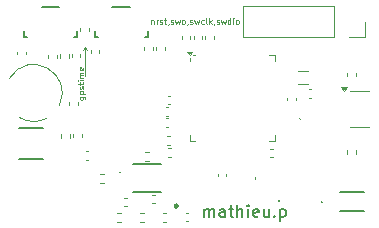
<source format=gbr>
%TF.GenerationSoftware,KiCad,Pcbnew,8.0.5*%
%TF.CreationDate,2024-12-17T02:27:59+01:00*%
%TF.ProjectId,hardware v5,68617264-7761-4726-9520-76352e6b6963,rev?*%
%TF.SameCoordinates,Original*%
%TF.FileFunction,Legend,Top*%
%TF.FilePolarity,Positive*%
%FSLAX46Y46*%
G04 Gerber Fmt 4.6, Leading zero omitted, Abs format (unit mm)*
G04 Created by KiCad (PCBNEW 8.0.5) date 2024-12-17 02:27:59*
%MOMM*%
%LPD*%
G01*
G04 APERTURE LIST*
%ADD10C,0.100000*%
%ADD11C,0.200000*%
%ADD12C,0.120000*%
%ADD13C,0.152400*%
%ADD14C,0.250000*%
G04 APERTURE END LIST*
D10*
X125750276Y-99320877D02*
X126155038Y-99320877D01*
X126155038Y-99320877D02*
X126202657Y-99344687D01*
X126202657Y-99344687D02*
X126226466Y-99368496D01*
X126226466Y-99368496D02*
X126250276Y-99416115D01*
X126250276Y-99416115D02*
X126250276Y-99487544D01*
X126250276Y-99487544D02*
X126226466Y-99535163D01*
X126059800Y-99320877D02*
X126083609Y-99368496D01*
X126083609Y-99368496D02*
X126083609Y-99463734D01*
X126083609Y-99463734D02*
X126059800Y-99511353D01*
X126059800Y-99511353D02*
X126035990Y-99535163D01*
X126035990Y-99535163D02*
X125988371Y-99558972D01*
X125988371Y-99558972D02*
X125845514Y-99558972D01*
X125845514Y-99558972D02*
X125797895Y-99535163D01*
X125797895Y-99535163D02*
X125774085Y-99511353D01*
X125774085Y-99511353D02*
X125750276Y-99463734D01*
X125750276Y-99463734D02*
X125750276Y-99368496D01*
X125750276Y-99368496D02*
X125774085Y-99320877D01*
X125750276Y-99082782D02*
X126250276Y-99082782D01*
X125774085Y-99082782D02*
X125750276Y-99035163D01*
X125750276Y-99035163D02*
X125750276Y-98939925D01*
X125750276Y-98939925D02*
X125774085Y-98892306D01*
X125774085Y-98892306D02*
X125797895Y-98868496D01*
X125797895Y-98868496D02*
X125845514Y-98844687D01*
X125845514Y-98844687D02*
X125988371Y-98844687D01*
X125988371Y-98844687D02*
X126035990Y-98868496D01*
X126035990Y-98868496D02*
X126059800Y-98892306D01*
X126059800Y-98892306D02*
X126083609Y-98939925D01*
X126083609Y-98939925D02*
X126083609Y-99035163D01*
X126083609Y-99035163D02*
X126059800Y-99082782D01*
X126059800Y-98654210D02*
X126083609Y-98606591D01*
X126083609Y-98606591D02*
X126083609Y-98511353D01*
X126083609Y-98511353D02*
X126059800Y-98463734D01*
X126059800Y-98463734D02*
X126012180Y-98439925D01*
X126012180Y-98439925D02*
X125988371Y-98439925D01*
X125988371Y-98439925D02*
X125940752Y-98463734D01*
X125940752Y-98463734D02*
X125916942Y-98511353D01*
X125916942Y-98511353D02*
X125916942Y-98582782D01*
X125916942Y-98582782D02*
X125893133Y-98630401D01*
X125893133Y-98630401D02*
X125845514Y-98654210D01*
X125845514Y-98654210D02*
X125821704Y-98654210D01*
X125821704Y-98654210D02*
X125774085Y-98630401D01*
X125774085Y-98630401D02*
X125750276Y-98582782D01*
X125750276Y-98582782D02*
X125750276Y-98511353D01*
X125750276Y-98511353D02*
X125774085Y-98463734D01*
X125750276Y-98297067D02*
X125750276Y-98106591D01*
X125583609Y-98225639D02*
X126012180Y-98225639D01*
X126012180Y-98225639D02*
X126059800Y-98201829D01*
X126059800Y-98201829D02*
X126083609Y-98154210D01*
X126083609Y-98154210D02*
X126083609Y-98106591D01*
X126083609Y-97939925D02*
X125750276Y-97939925D01*
X125583609Y-97939925D02*
X125607419Y-97963734D01*
X125607419Y-97963734D02*
X125631228Y-97939925D01*
X125631228Y-97939925D02*
X125607419Y-97916115D01*
X125607419Y-97916115D02*
X125583609Y-97939925D01*
X125583609Y-97939925D02*
X125631228Y-97939925D01*
X126083609Y-97701830D02*
X125750276Y-97701830D01*
X125797895Y-97701830D02*
X125774085Y-97678020D01*
X125774085Y-97678020D02*
X125750276Y-97630401D01*
X125750276Y-97630401D02*
X125750276Y-97558973D01*
X125750276Y-97558973D02*
X125774085Y-97511354D01*
X125774085Y-97511354D02*
X125821704Y-97487544D01*
X125821704Y-97487544D02*
X126083609Y-97487544D01*
X125821704Y-97487544D02*
X125774085Y-97463735D01*
X125774085Y-97463735D02*
X125750276Y-97416116D01*
X125750276Y-97416116D02*
X125750276Y-97344687D01*
X125750276Y-97344687D02*
X125774085Y-97297068D01*
X125774085Y-97297068D02*
X125821704Y-97273258D01*
X125821704Y-97273258D02*
X126083609Y-97273258D01*
X126059800Y-96844687D02*
X126083609Y-96892306D01*
X126083609Y-96892306D02*
X126083609Y-96987544D01*
X126083609Y-96987544D02*
X126059800Y-97035163D01*
X126059800Y-97035163D02*
X126012180Y-97058972D01*
X126012180Y-97058972D02*
X125821704Y-97058972D01*
X125821704Y-97058972D02*
X125774085Y-97035163D01*
X125774085Y-97035163D02*
X125750276Y-96987544D01*
X125750276Y-96987544D02*
X125750276Y-96892306D01*
X125750276Y-96892306D02*
X125774085Y-96844687D01*
X125774085Y-96844687D02*
X125821704Y-96820877D01*
X125821704Y-96820877D02*
X125869323Y-96820877D01*
X125869323Y-96820877D02*
X125916942Y-97058972D01*
X126380000Y-95330000D02*
X126190000Y-95140000D01*
X126030000Y-95320000D02*
X126210000Y-95140000D01*
X126200000Y-97560000D02*
X126200000Y-95140000D01*
X126200000Y-95140000D02*
X126200000Y-97560000D01*
D11*
X136299673Y-109487219D02*
X136299673Y-108820552D01*
X136299673Y-108915790D02*
X136347292Y-108868171D01*
X136347292Y-108868171D02*
X136442530Y-108820552D01*
X136442530Y-108820552D02*
X136585387Y-108820552D01*
X136585387Y-108820552D02*
X136680625Y-108868171D01*
X136680625Y-108868171D02*
X136728244Y-108963409D01*
X136728244Y-108963409D02*
X136728244Y-109487219D01*
X136728244Y-108963409D02*
X136775863Y-108868171D01*
X136775863Y-108868171D02*
X136871101Y-108820552D01*
X136871101Y-108820552D02*
X137013958Y-108820552D01*
X137013958Y-108820552D02*
X137109197Y-108868171D01*
X137109197Y-108868171D02*
X137156816Y-108963409D01*
X137156816Y-108963409D02*
X137156816Y-109487219D01*
X138061577Y-109487219D02*
X138061577Y-108963409D01*
X138061577Y-108963409D02*
X138013958Y-108868171D01*
X138013958Y-108868171D02*
X137918720Y-108820552D01*
X137918720Y-108820552D02*
X137728244Y-108820552D01*
X137728244Y-108820552D02*
X137633006Y-108868171D01*
X138061577Y-109439600D02*
X137966339Y-109487219D01*
X137966339Y-109487219D02*
X137728244Y-109487219D01*
X137728244Y-109487219D02*
X137633006Y-109439600D01*
X137633006Y-109439600D02*
X137585387Y-109344361D01*
X137585387Y-109344361D02*
X137585387Y-109249123D01*
X137585387Y-109249123D02*
X137633006Y-109153885D01*
X137633006Y-109153885D02*
X137728244Y-109106266D01*
X137728244Y-109106266D02*
X137966339Y-109106266D01*
X137966339Y-109106266D02*
X138061577Y-109058647D01*
X138394911Y-108820552D02*
X138775863Y-108820552D01*
X138537768Y-108487219D02*
X138537768Y-109344361D01*
X138537768Y-109344361D02*
X138585387Y-109439600D01*
X138585387Y-109439600D02*
X138680625Y-109487219D01*
X138680625Y-109487219D02*
X138775863Y-109487219D01*
X139109197Y-109487219D02*
X139109197Y-108487219D01*
X139537768Y-109487219D02*
X139537768Y-108963409D01*
X139537768Y-108963409D02*
X139490149Y-108868171D01*
X139490149Y-108868171D02*
X139394911Y-108820552D01*
X139394911Y-108820552D02*
X139252054Y-108820552D01*
X139252054Y-108820552D02*
X139156816Y-108868171D01*
X139156816Y-108868171D02*
X139109197Y-108915790D01*
X140013959Y-109487219D02*
X140013959Y-108820552D01*
X140013959Y-108487219D02*
X139966340Y-108534838D01*
X139966340Y-108534838D02*
X140013959Y-108582457D01*
X140013959Y-108582457D02*
X140061578Y-108534838D01*
X140061578Y-108534838D02*
X140013959Y-108487219D01*
X140013959Y-108487219D02*
X140013959Y-108582457D01*
X140871101Y-109439600D02*
X140775863Y-109487219D01*
X140775863Y-109487219D02*
X140585387Y-109487219D01*
X140585387Y-109487219D02*
X140490149Y-109439600D01*
X140490149Y-109439600D02*
X140442530Y-109344361D01*
X140442530Y-109344361D02*
X140442530Y-108963409D01*
X140442530Y-108963409D02*
X140490149Y-108868171D01*
X140490149Y-108868171D02*
X140585387Y-108820552D01*
X140585387Y-108820552D02*
X140775863Y-108820552D01*
X140775863Y-108820552D02*
X140871101Y-108868171D01*
X140871101Y-108868171D02*
X140918720Y-108963409D01*
X140918720Y-108963409D02*
X140918720Y-109058647D01*
X140918720Y-109058647D02*
X140442530Y-109153885D01*
X141775863Y-108820552D02*
X141775863Y-109487219D01*
X141347292Y-108820552D02*
X141347292Y-109344361D01*
X141347292Y-109344361D02*
X141394911Y-109439600D01*
X141394911Y-109439600D02*
X141490149Y-109487219D01*
X141490149Y-109487219D02*
X141633006Y-109487219D01*
X141633006Y-109487219D02*
X141728244Y-109439600D01*
X141728244Y-109439600D02*
X141775863Y-109391980D01*
X142252054Y-109391980D02*
X142299673Y-109439600D01*
X142299673Y-109439600D02*
X142252054Y-109487219D01*
X142252054Y-109487219D02*
X142204435Y-109439600D01*
X142204435Y-109439600D02*
X142252054Y-109391980D01*
X142252054Y-109391980D02*
X142252054Y-109487219D01*
X142728244Y-108820552D02*
X142728244Y-109820552D01*
X142728244Y-108868171D02*
X142823482Y-108820552D01*
X142823482Y-108820552D02*
X143013958Y-108820552D01*
X143013958Y-108820552D02*
X143109196Y-108868171D01*
X143109196Y-108868171D02*
X143156815Y-108915790D01*
X143156815Y-108915790D02*
X143204434Y-109011028D01*
X143204434Y-109011028D02*
X143204434Y-109296742D01*
X143204434Y-109296742D02*
X143156815Y-109391980D01*
X143156815Y-109391980D02*
X143109196Y-109439600D01*
X143109196Y-109439600D02*
X143013958Y-109487219D01*
X143013958Y-109487219D02*
X142823482Y-109487219D01*
X142823482Y-109487219D02*
X142728244Y-109439600D01*
D10*
X131814836Y-92820276D02*
X131814836Y-93153609D01*
X131814836Y-92867895D02*
X131838646Y-92844085D01*
X131838646Y-92844085D02*
X131886265Y-92820276D01*
X131886265Y-92820276D02*
X131957693Y-92820276D01*
X131957693Y-92820276D02*
X132005312Y-92844085D01*
X132005312Y-92844085D02*
X132029122Y-92891704D01*
X132029122Y-92891704D02*
X132029122Y-93153609D01*
X132267217Y-93153609D02*
X132267217Y-92820276D01*
X132267217Y-92915514D02*
X132291027Y-92867895D01*
X132291027Y-92867895D02*
X132314836Y-92844085D01*
X132314836Y-92844085D02*
X132362455Y-92820276D01*
X132362455Y-92820276D02*
X132410074Y-92820276D01*
X132552932Y-93129800D02*
X132600551Y-93153609D01*
X132600551Y-93153609D02*
X132695789Y-93153609D01*
X132695789Y-93153609D02*
X132743408Y-93129800D01*
X132743408Y-93129800D02*
X132767217Y-93082180D01*
X132767217Y-93082180D02*
X132767217Y-93058371D01*
X132767217Y-93058371D02*
X132743408Y-93010752D01*
X132743408Y-93010752D02*
X132695789Y-92986942D01*
X132695789Y-92986942D02*
X132624360Y-92986942D01*
X132624360Y-92986942D02*
X132576741Y-92963133D01*
X132576741Y-92963133D02*
X132552932Y-92915514D01*
X132552932Y-92915514D02*
X132552932Y-92891704D01*
X132552932Y-92891704D02*
X132576741Y-92844085D01*
X132576741Y-92844085D02*
X132624360Y-92820276D01*
X132624360Y-92820276D02*
X132695789Y-92820276D01*
X132695789Y-92820276D02*
X132743408Y-92844085D01*
X132910075Y-92820276D02*
X133100551Y-92820276D01*
X132981503Y-92653609D02*
X132981503Y-93082180D01*
X132981503Y-93082180D02*
X133005313Y-93129800D01*
X133005313Y-93129800D02*
X133052932Y-93153609D01*
X133052932Y-93153609D02*
X133100551Y-93153609D01*
X133291027Y-93129800D02*
X133291027Y-93153609D01*
X133291027Y-93153609D02*
X133267217Y-93201228D01*
X133267217Y-93201228D02*
X133243408Y-93225038D01*
X133481503Y-93129800D02*
X133529122Y-93153609D01*
X133529122Y-93153609D02*
X133624360Y-93153609D01*
X133624360Y-93153609D02*
X133671979Y-93129800D01*
X133671979Y-93129800D02*
X133695788Y-93082180D01*
X133695788Y-93082180D02*
X133695788Y-93058371D01*
X133695788Y-93058371D02*
X133671979Y-93010752D01*
X133671979Y-93010752D02*
X133624360Y-92986942D01*
X133624360Y-92986942D02*
X133552931Y-92986942D01*
X133552931Y-92986942D02*
X133505312Y-92963133D01*
X133505312Y-92963133D02*
X133481503Y-92915514D01*
X133481503Y-92915514D02*
X133481503Y-92891704D01*
X133481503Y-92891704D02*
X133505312Y-92844085D01*
X133505312Y-92844085D02*
X133552931Y-92820276D01*
X133552931Y-92820276D02*
X133624360Y-92820276D01*
X133624360Y-92820276D02*
X133671979Y-92844085D01*
X133862455Y-92820276D02*
X133957693Y-93153609D01*
X133957693Y-93153609D02*
X134052931Y-92915514D01*
X134052931Y-92915514D02*
X134148169Y-93153609D01*
X134148169Y-93153609D02*
X134243407Y-92820276D01*
X134505313Y-93153609D02*
X134457694Y-93129800D01*
X134457694Y-93129800D02*
X134433884Y-93105990D01*
X134433884Y-93105990D02*
X134410075Y-93058371D01*
X134410075Y-93058371D02*
X134410075Y-92915514D01*
X134410075Y-92915514D02*
X134433884Y-92867895D01*
X134433884Y-92867895D02*
X134457694Y-92844085D01*
X134457694Y-92844085D02*
X134505313Y-92820276D01*
X134505313Y-92820276D02*
X134576741Y-92820276D01*
X134576741Y-92820276D02*
X134624360Y-92844085D01*
X134624360Y-92844085D02*
X134648170Y-92867895D01*
X134648170Y-92867895D02*
X134671979Y-92915514D01*
X134671979Y-92915514D02*
X134671979Y-93058371D01*
X134671979Y-93058371D02*
X134648170Y-93105990D01*
X134648170Y-93105990D02*
X134624360Y-93129800D01*
X134624360Y-93129800D02*
X134576741Y-93153609D01*
X134576741Y-93153609D02*
X134505313Y-93153609D01*
X134910075Y-93129800D02*
X134910075Y-93153609D01*
X134910075Y-93153609D02*
X134886265Y-93201228D01*
X134886265Y-93201228D02*
X134862456Y-93225038D01*
X135100551Y-93129800D02*
X135148170Y-93153609D01*
X135148170Y-93153609D02*
X135243408Y-93153609D01*
X135243408Y-93153609D02*
X135291027Y-93129800D01*
X135291027Y-93129800D02*
X135314836Y-93082180D01*
X135314836Y-93082180D02*
X135314836Y-93058371D01*
X135314836Y-93058371D02*
X135291027Y-93010752D01*
X135291027Y-93010752D02*
X135243408Y-92986942D01*
X135243408Y-92986942D02*
X135171979Y-92986942D01*
X135171979Y-92986942D02*
X135124360Y-92963133D01*
X135124360Y-92963133D02*
X135100551Y-92915514D01*
X135100551Y-92915514D02*
X135100551Y-92891704D01*
X135100551Y-92891704D02*
X135124360Y-92844085D01*
X135124360Y-92844085D02*
X135171979Y-92820276D01*
X135171979Y-92820276D02*
X135243408Y-92820276D01*
X135243408Y-92820276D02*
X135291027Y-92844085D01*
X135481503Y-92820276D02*
X135576741Y-93153609D01*
X135576741Y-93153609D02*
X135671979Y-92915514D01*
X135671979Y-92915514D02*
X135767217Y-93153609D01*
X135767217Y-93153609D02*
X135862455Y-92820276D01*
X136267218Y-93129800D02*
X136219599Y-93153609D01*
X136219599Y-93153609D02*
X136124361Y-93153609D01*
X136124361Y-93153609D02*
X136076742Y-93129800D01*
X136076742Y-93129800D02*
X136052932Y-93105990D01*
X136052932Y-93105990D02*
X136029123Y-93058371D01*
X136029123Y-93058371D02*
X136029123Y-92915514D01*
X136029123Y-92915514D02*
X136052932Y-92867895D01*
X136052932Y-92867895D02*
X136076742Y-92844085D01*
X136076742Y-92844085D02*
X136124361Y-92820276D01*
X136124361Y-92820276D02*
X136219599Y-92820276D01*
X136219599Y-92820276D02*
X136267218Y-92844085D01*
X136552932Y-93153609D02*
X136505313Y-93129800D01*
X136505313Y-93129800D02*
X136481503Y-93082180D01*
X136481503Y-93082180D02*
X136481503Y-92653609D01*
X136743408Y-93153609D02*
X136743408Y-92653609D01*
X136791027Y-92963133D02*
X136933884Y-93153609D01*
X136933884Y-92820276D02*
X136743408Y-93010752D01*
X137171980Y-93129800D02*
X137171980Y-93153609D01*
X137171980Y-93153609D02*
X137148170Y-93201228D01*
X137148170Y-93201228D02*
X137124361Y-93225038D01*
X137362456Y-93129800D02*
X137410075Y-93153609D01*
X137410075Y-93153609D02*
X137505313Y-93153609D01*
X137505313Y-93153609D02*
X137552932Y-93129800D01*
X137552932Y-93129800D02*
X137576741Y-93082180D01*
X137576741Y-93082180D02*
X137576741Y-93058371D01*
X137576741Y-93058371D02*
X137552932Y-93010752D01*
X137552932Y-93010752D02*
X137505313Y-92986942D01*
X137505313Y-92986942D02*
X137433884Y-92986942D01*
X137433884Y-92986942D02*
X137386265Y-92963133D01*
X137386265Y-92963133D02*
X137362456Y-92915514D01*
X137362456Y-92915514D02*
X137362456Y-92891704D01*
X137362456Y-92891704D02*
X137386265Y-92844085D01*
X137386265Y-92844085D02*
X137433884Y-92820276D01*
X137433884Y-92820276D02*
X137505313Y-92820276D01*
X137505313Y-92820276D02*
X137552932Y-92844085D01*
X137743408Y-92820276D02*
X137838646Y-93153609D01*
X137838646Y-93153609D02*
X137933884Y-92915514D01*
X137933884Y-92915514D02*
X138029122Y-93153609D01*
X138029122Y-93153609D02*
X138124360Y-92820276D01*
X138529123Y-93153609D02*
X138529123Y-92653609D01*
X138529123Y-93129800D02*
X138481504Y-93153609D01*
X138481504Y-93153609D02*
X138386266Y-93153609D01*
X138386266Y-93153609D02*
X138338647Y-93129800D01*
X138338647Y-93129800D02*
X138314837Y-93105990D01*
X138314837Y-93105990D02*
X138291028Y-93058371D01*
X138291028Y-93058371D02*
X138291028Y-92915514D01*
X138291028Y-92915514D02*
X138314837Y-92867895D01*
X138314837Y-92867895D02*
X138338647Y-92844085D01*
X138338647Y-92844085D02*
X138386266Y-92820276D01*
X138386266Y-92820276D02*
X138481504Y-92820276D01*
X138481504Y-92820276D02*
X138529123Y-92844085D01*
X138767218Y-93153609D02*
X138767218Y-92820276D01*
X138767218Y-92653609D02*
X138743409Y-92677419D01*
X138743409Y-92677419D02*
X138767218Y-92701228D01*
X138767218Y-92701228D02*
X138791028Y-92677419D01*
X138791028Y-92677419D02*
X138767218Y-92653609D01*
X138767218Y-92653609D02*
X138767218Y-92701228D01*
X139076742Y-93153609D02*
X139029123Y-93129800D01*
X139029123Y-93129800D02*
X139005313Y-93105990D01*
X139005313Y-93105990D02*
X138981504Y-93058371D01*
X138981504Y-93058371D02*
X138981504Y-92915514D01*
X138981504Y-92915514D02*
X139005313Y-92867895D01*
X139005313Y-92867895D02*
X139029123Y-92844085D01*
X139029123Y-92844085D02*
X139076742Y-92820276D01*
X139076742Y-92820276D02*
X139148170Y-92820276D01*
X139148170Y-92820276D02*
X139195789Y-92844085D01*
X139195789Y-92844085D02*
X139219599Y-92867895D01*
X139219599Y-92867895D02*
X139243408Y-92915514D01*
X139243408Y-92915514D02*
X139243408Y-93058371D01*
X139243408Y-93058371D02*
X139219599Y-93105990D01*
X139219599Y-93105990D02*
X139195789Y-93129800D01*
X139195789Y-93129800D02*
X139148170Y-93153609D01*
X139148170Y-93153609D02*
X139076742Y-93153609D01*
D12*
%TO.C,R22*%
X125810000Y-93763641D02*
X125810000Y-93456359D01*
X126570000Y-93763641D02*
X126570000Y-93456359D01*
%TO.C,C18*%
X125230000Y-102502164D02*
X125230000Y-102717836D01*
X125950000Y-102502164D02*
X125950000Y-102717836D01*
%TO.C,R4*%
X132786359Y-109140000D02*
X133093641Y-109140000D01*
X132786359Y-109900000D02*
X133093641Y-109900000D01*
%TO.C,C11*%
X126487836Y-103940000D02*
X126272164Y-103940000D01*
X126487836Y-104660000D02*
X126272164Y-104660000D01*
%TO.C,C21*%
X135400000Y-94212164D02*
X135400000Y-94427836D01*
X136120000Y-94212164D02*
X136120000Y-94427836D01*
D10*
%TO.C,ANT1*%
X146210000Y-108220000D02*
X146210000Y-108220000D01*
X146210000Y-108220000D02*
X146210000Y-108220000D01*
X146310000Y-108220000D02*
X146310000Y-108220000D01*
D11*
X147810000Y-107420000D02*
X149810000Y-107420000D01*
X147810000Y-109020000D02*
X149810000Y-109020000D01*
D10*
X146210000Y-108220000D02*
G75*
G02*
X146310000Y-108220000I50000J0D01*
G01*
X146310000Y-108220000D02*
G75*
G02*
X146210000Y-108220000I-50000J0D01*
G01*
X146310000Y-108220000D02*
G75*
G02*
X146210000Y-108220000I-50000J0D01*
G01*
%TO.C,FL1*%
X142577000Y-108130000D02*
X142577000Y-108130000D01*
X142677000Y-108130000D02*
X142677000Y-108130000D01*
X142577000Y-108130000D02*
G75*
G02*
X142677000Y-108130000I50000J0D01*
G01*
X142677000Y-108130000D02*
G75*
G02*
X142577000Y-108130000I-50000J0D01*
G01*
%TO.C,Y1*%
X144370478Y-101119623D02*
X144370478Y-101119623D01*
X144441188Y-101190334D02*
X144441188Y-101190334D01*
X144370478Y-101119623D02*
G75*
G02*
X144441189Y-101190335I35355J-35356D01*
G01*
X144441188Y-101190334D02*
G75*
G02*
X144370478Y-101119624I-35355J35355D01*
G01*
D12*
%TO.C,R17*%
X129803641Y-107850000D02*
X129496359Y-107850000D01*
X129803641Y-108610000D02*
X129496359Y-108610000D01*
%TO.C,L2*%
X145380200Y-98680000D02*
X145179800Y-98680000D01*
X145380200Y-99400000D02*
X145179800Y-99400000D01*
%TO.C,J3*%
X139620000Y-91635000D02*
X139620000Y-94295000D01*
X147300000Y-91635000D02*
X139620000Y-91635000D01*
X147300000Y-91635000D02*
X147300000Y-94295000D01*
X147300000Y-94295000D02*
X139620000Y-94295000D01*
X149900000Y-92965000D02*
X149900000Y-94295000D01*
X149900000Y-94295000D02*
X148570000Y-94295000D01*
D13*
%TO.C,U2*%
X130273001Y-107386999D02*
X132627001Y-107386999D01*
X132627001Y-105032999D02*
X130273001Y-105032999D01*
D12*
%TO.C,C3*%
X131912164Y-107620000D02*
X132127836Y-107620000D01*
X131912164Y-108340000D02*
X132127836Y-108340000D01*
%TO.C,U1*%
X135072500Y-96295000D02*
X135072500Y-96060000D01*
X135072500Y-103040000D02*
X135072500Y-102565000D01*
X135547500Y-95820000D02*
X135372500Y-95820000D01*
X135547500Y-103040000D02*
X135072500Y-103040000D01*
X141817500Y-95820000D02*
X142292500Y-95820000D01*
X141817500Y-103040000D02*
X142292500Y-103040000D01*
X142292500Y-95820000D02*
X142292500Y-96295000D01*
X142292500Y-103040000D02*
X142292500Y-102565000D01*
X135072500Y-95820000D02*
X134832500Y-95490000D01*
X135312500Y-95490000D01*
X135072500Y-95820000D01*
G36*
X135072500Y-95820000D02*
G01*
X134832500Y-95490000D01*
X135312500Y-95490000D01*
X135072500Y-95820000D01*
G37*
D10*
%TO.C,IC1*%
X140630000Y-106147000D02*
X140630000Y-106147000D01*
X140630000Y-106247000D02*
X140630000Y-106247000D01*
X140630000Y-106147000D02*
G75*
G02*
X140630000Y-106247000I0J-50000D01*
G01*
X140630000Y-106247000D02*
G75*
G02*
X140630000Y-106147000I0J50000D01*
G01*
D12*
%TO.C,U4*%
X149457500Y-98800000D02*
X148657500Y-98800000D01*
X149457500Y-98800000D02*
X150257500Y-98800000D01*
X149457500Y-101920000D02*
X148657500Y-101920000D01*
X149457500Y-101920000D02*
X150257500Y-101920000D01*
X148157500Y-98850000D02*
X147917500Y-98520000D01*
X148397500Y-98520000D01*
X148157500Y-98850000D01*
G36*
X148157500Y-98850000D02*
G01*
X147917500Y-98520000D01*
X148397500Y-98520000D01*
X148157500Y-98850000D01*
G37*
%TO.C,R16*%
X124210000Y-102783641D02*
X124210000Y-102476359D01*
X124970000Y-102783641D02*
X124970000Y-102476359D01*
%TO.C,R8*%
X126680000Y-95633641D02*
X126680000Y-95326359D01*
X127440000Y-95633641D02*
X127440000Y-95326359D01*
D10*
%TO.C,BT1*%
X119830001Y-97740000D02*
G75*
G02*
X124025302Y-100072624I2039999J-1270000D01*
G01*
X122923662Y-101167497D02*
G75*
G02*
X120620000Y-101059999I-1053662J2157497D01*
G01*
D14*
%TO.C,IC3*%
X134065000Y-108575000D02*
G75*
G02*
X133815000Y-108575000I-125000J0D01*
G01*
X133815000Y-108575000D02*
G75*
G02*
X134065000Y-108575000I125000J0D01*
G01*
D12*
%TO.C,C26*%
X134410000Y-94212164D02*
X134410000Y-94427836D01*
X135130000Y-94212164D02*
X135130000Y-94427836D01*
%TO.C,R12*%
X133533641Y-103670000D02*
X133226359Y-103670000D01*
X133533641Y-104430000D02*
X133226359Y-104430000D01*
D11*
%TO.C,S1*%
X121030000Y-93765000D02*
X121030000Y-93765000D01*
X121030000Y-93765000D02*
X121030000Y-94265000D01*
X121030000Y-94265000D02*
X121030000Y-93765000D01*
X121030000Y-94265000D02*
X121030000Y-94265000D01*
X121030000Y-94290000D02*
X121030000Y-94290000D01*
X121030000Y-94290000D02*
X121280000Y-94290000D01*
X121280000Y-94290000D02*
X121030000Y-94290000D01*
X121280000Y-94290000D02*
X121280000Y-94290000D01*
X122530000Y-91740000D02*
X122530000Y-91740000D01*
X122530000Y-91740000D02*
X124030000Y-91740000D01*
X124030000Y-91740000D02*
X122530000Y-91740000D01*
X124030000Y-91740000D02*
X124030000Y-91740000D01*
X125280000Y-94290000D02*
X125280000Y-94290000D01*
X125280000Y-94290000D02*
X125530000Y-94290000D01*
X125530000Y-93765000D02*
X125530000Y-93765000D01*
X125530000Y-93765000D02*
X125530000Y-94290000D01*
X125530000Y-94290000D02*
X125280000Y-94290000D01*
X125530000Y-94290000D02*
X125530000Y-93765000D01*
X125530000Y-94290000D02*
X125530000Y-94290000D01*
X125530000Y-94290000D02*
X125530000Y-94290000D01*
D12*
%TO.C,R9*%
X131230000Y-95066359D02*
X131230000Y-95373641D01*
X131990000Y-95066359D02*
X131990000Y-95373641D01*
%TO.C,C23*%
X142127836Y-103730000D02*
X141912164Y-103730000D01*
X142127836Y-104450000D02*
X141912164Y-104450000D01*
%TO.C,L1*%
X144280378Y-97140000D02*
X145079622Y-97140000D01*
X144280378Y-98260000D02*
X145079622Y-98260000D01*
%TO.C,R6*%
X127813641Y-105850000D02*
X127506359Y-105850000D01*
X127813641Y-106610000D02*
X127506359Y-106610000D01*
%TO.C,R10*%
X124100000Y-95736359D02*
X124100000Y-96043641D01*
X124860000Y-95736359D02*
X124860000Y-96043641D01*
%TO.C,C6*%
X132240000Y-95337836D02*
X132240000Y-95122164D01*
X132960000Y-95337836D02*
X132960000Y-95122164D01*
%TO.C,R7*%
X123110000Y-96053641D02*
X123110000Y-95746359D01*
X123870000Y-96053641D02*
X123870000Y-95746359D01*
%TO.C,C17*%
X133222164Y-99230000D02*
X133437836Y-99230000D01*
X133222164Y-99950000D02*
X133437836Y-99950000D01*
%TO.C,R15*%
X148400000Y-103816359D02*
X148400000Y-104123641D01*
X149160000Y-103816359D02*
X149160000Y-104123641D01*
%TO.C,R13*%
X136360000Y-94463641D02*
X136360000Y-94156359D01*
X137120000Y-94463641D02*
X137120000Y-94156359D01*
%TO.C,C8*%
X124870000Y-100017836D02*
X124870000Y-99802164D01*
X125590000Y-100017836D02*
X125590000Y-99802164D01*
%TO.C,R11*%
X133116359Y-102680000D02*
X133423641Y-102680000D01*
X133116359Y-103440000D02*
X133423641Y-103440000D01*
%TO.C,R3*%
X131316359Y-104000000D02*
X131623641Y-104000000D01*
X131316359Y-104760000D02*
X131623641Y-104760000D01*
%TO.C,C5*%
X137460000Y-105852164D02*
X137460000Y-106067836D01*
X138180000Y-105852164D02*
X138180000Y-106067836D01*
D10*
%TO.C,D1*%
X129260000Y-105730000D02*
G75*
G02*
X129160000Y-105730000I-50000J0D01*
G01*
X129160000Y-105730000D02*
G75*
G02*
X129260000Y-105730000I50000J0D01*
G01*
D12*
%TO.C,R14*%
X148370000Y-97593641D02*
X148370000Y-97286359D01*
X149130000Y-97593641D02*
X149130000Y-97286359D01*
%TO.C,C15*%
X133042164Y-101150000D02*
X133257836Y-101150000D01*
X133042164Y-101870000D02*
X133257836Y-101870000D01*
D11*
%TO.C,S3*%
X120645000Y-102000000D02*
X122645000Y-102000000D01*
X120645000Y-104600000D02*
X122645000Y-104600000D01*
D12*
%TO.C,C14*%
X120470000Y-95707836D02*
X120470000Y-95492164D01*
X121190000Y-95707836D02*
X121190000Y-95492164D01*
%TO.C,R5*%
X131193641Y-109150000D02*
X130886359Y-109150000D01*
X131193641Y-109910000D02*
X130886359Y-109910000D01*
%TO.C,C4*%
X134967836Y-109140000D02*
X134752164Y-109140000D01*
X134967836Y-109860000D02*
X134752164Y-109860000D01*
%TO.C,C7*%
X125110000Y-95917836D02*
X125110000Y-95702164D01*
X125830000Y-95917836D02*
X125830000Y-95702164D01*
%TO.C,C1*%
X143340000Y-99617836D02*
X143340000Y-99402164D01*
X144060000Y-99617836D02*
X144060000Y-99402164D01*
D11*
%TO.C,S2*%
X127030000Y-93715000D02*
X127030000Y-93715000D01*
X127030000Y-93715000D02*
X127030000Y-94215000D01*
X127030000Y-94215000D02*
X127030000Y-93715000D01*
X127030000Y-94215000D02*
X127030000Y-94215000D01*
X127030000Y-94240000D02*
X127030000Y-94240000D01*
X127030000Y-94240000D02*
X127280000Y-94240000D01*
X127280000Y-94240000D02*
X127030000Y-94240000D01*
X127280000Y-94240000D02*
X127280000Y-94240000D01*
X128530000Y-91690000D02*
X128530000Y-91690000D01*
X128530000Y-91690000D02*
X130030000Y-91690000D01*
X130030000Y-91690000D02*
X128530000Y-91690000D01*
X130030000Y-91690000D02*
X130030000Y-91690000D01*
X131280000Y-94240000D02*
X131280000Y-94240000D01*
X131280000Y-94240000D02*
X131530000Y-94240000D01*
X131530000Y-93715000D02*
X131530000Y-93715000D01*
X131530000Y-93715000D02*
X131530000Y-94240000D01*
X131530000Y-94240000D02*
X131280000Y-94240000D01*
X131530000Y-94240000D02*
X131530000Y-93715000D01*
X131530000Y-94240000D02*
X131530000Y-94240000D01*
X131530000Y-94240000D02*
X131530000Y-94240000D01*
D12*
%TO.C,R18*%
X129233641Y-109130000D02*
X128926359Y-109130000D01*
X129233641Y-109890000D02*
X128926359Y-109890000D01*
%TO.C,C16*%
X133052164Y-100200000D02*
X133267836Y-100200000D01*
X133052164Y-100920000D02*
X133267836Y-100920000D01*
%TD*%
M02*

</source>
